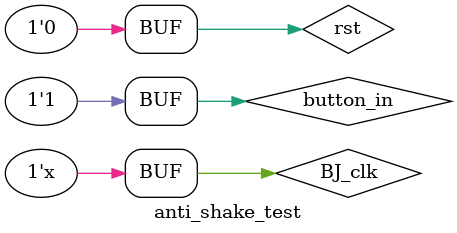
<source format=v>
`timescale 1ns / 1ps


module anti_shake_test;

	// Inputs
	reg BJ_clk;
	reg rst;
	reg button_in;

	// Outputs
	wire button_out;
	wire button_in_q;
	wire button_in_2q;
	wire button_in_3q;

	// Instantiate the Unit Under Test (UUT)
	key_anti_shake_3 uut (
		.BJ_clk(BJ_clk), 
		.rst(rst), 
		.button_in(button_in), 
		.button_out(button_out),
		.button_in_q(button_in_q),
		.button_in_2q(button_in_2q),
		.button_in_3q(button_in_3q)
	);

	initial begin
		BJ_clk=0;
		rst = 0;
		#10;
	
		rst = 1;
		#10;
		
		rst = 0;
		
		button_in = 1;
		#12500000;
		
		button_in = 0;
		#30000000;
		
		button_in = 1;
		#5000000;
		
		button_in = 0;
		#60000000;
		
		button_in = 1;
		
		
	end
      
	always #12500000 BJ_clk=~BJ_clk;
	
	
endmodule


</source>
